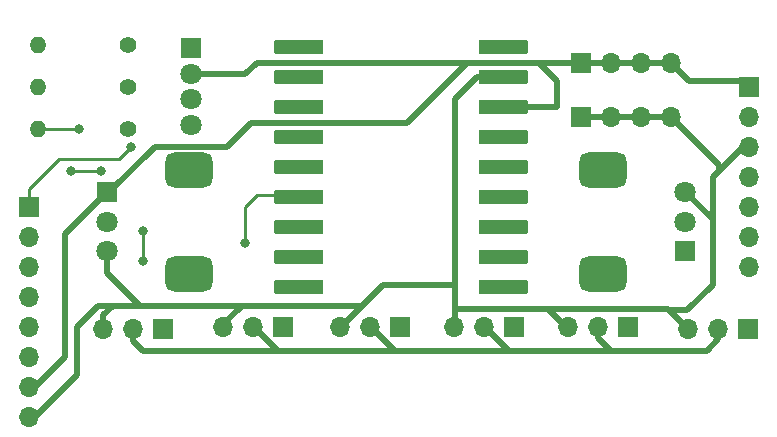
<source format=gbl>
G04 #@! TF.GenerationSoftware,KiCad,Pcbnew,7.0.5-0*
G04 #@! TF.CreationDate,2024-06-20T00:37:07-04:00*
G04 #@! TF.ProjectId,ESP32_MIDI,45535033-325f-44d4-9944-492e6b696361,rev?*
G04 #@! TF.SameCoordinates,Original*
G04 #@! TF.FileFunction,Copper,L2,Bot*
G04 #@! TF.FilePolarity,Positive*
%FSLAX46Y46*%
G04 Gerber Fmt 4.6, Leading zero omitted, Abs format (unit mm)*
G04 Created by KiCad (PCBNEW 7.0.5-0) date 2024-06-20 00:37:07*
%MOMM*%
%LPD*%
G01*
G04 APERTURE LIST*
G04 Aperture macros list*
%AMRoundRect*
0 Rectangle with rounded corners*
0 $1 Rounding radius*
0 $2 $3 $4 $5 $6 $7 $8 $9 X,Y pos of 4 corners*
0 Add a 4 corners polygon primitive as box body*
4,1,4,$2,$3,$4,$5,$6,$7,$8,$9,$2,$3,0*
0 Add four circle primitives for the rounded corners*
1,1,$1+$1,$2,$3*
1,1,$1+$1,$4,$5*
1,1,$1+$1,$6,$7*
1,1,$1+$1,$8,$9*
0 Add four rect primitives between the rounded corners*
20,1,$1+$1,$2,$3,$4,$5,0*
20,1,$1+$1,$4,$5,$6,$7,0*
20,1,$1+$1,$6,$7,$8,$9,0*
20,1,$1+$1,$8,$9,$2,$3,0*%
%AMFreePoly0*
4,1,25,0.515063,3.095106,0.530902,3.095106,0.543715,3.085796,0.558779,3.080902,0.568088,3.068088,0.580902,3.058779,0.585796,3.043715,0.595106,3.030902,0.595106,3.015062,0.600000,3.000000,0.600000,-1.000000,-0.600000,-1.000000,-0.600000,3.000000,-0.595106,3.015062,-0.595106,3.030902,-0.585796,3.043715,-0.580902,3.058779,-0.568088,3.068088,-0.558779,3.080902,-0.543715,3.085796,
-0.530902,3.095106,-0.515063,3.095106,-0.500000,3.100000,0.500000,3.100000,0.515063,3.095106,0.515063,3.095106,$1*%
G04 Aperture macros list end*
G04 #@! TA.AperFunction,ComponentPad*
%ADD10R,1.700000X1.700000*%
G04 #@! TD*
G04 #@! TA.AperFunction,ComponentPad*
%ADD11O,1.700000X1.700000*%
G04 #@! TD*
G04 #@! TA.AperFunction,ComponentPad*
%ADD12C,1.400000*%
G04 #@! TD*
G04 #@! TA.AperFunction,ComponentPad*
%ADD13O,1.400000X1.400000*%
G04 #@! TD*
G04 #@! TA.AperFunction,ComponentPad*
%ADD14R,1.800000X1.800000*%
G04 #@! TD*
G04 #@! TA.AperFunction,ComponentPad*
%ADD15C,1.800000*%
G04 #@! TD*
G04 #@! TA.AperFunction,ComponentPad*
%ADD16FreePoly0,270.000000*%
G04 #@! TD*
G04 #@! TA.AperFunction,ComponentPad*
%ADD17FreePoly0,90.000000*%
G04 #@! TD*
G04 #@! TA.AperFunction,ComponentPad*
%ADD18RoundRect,0.750000X1.250000X0.750000X-1.250000X0.750000X-1.250000X-0.750000X1.250000X-0.750000X0*%
G04 #@! TD*
G04 #@! TA.AperFunction,ComponentPad*
%ADD19RoundRect,0.750000X-1.250000X-0.750000X1.250000X-0.750000X1.250000X0.750000X-1.250000X0.750000X0*%
G04 #@! TD*
G04 #@! TA.AperFunction,ViaPad*
%ADD20C,0.800000*%
G04 #@! TD*
G04 #@! TA.AperFunction,Conductor*
%ADD21C,0.250000*%
G04 #@! TD*
G04 #@! TA.AperFunction,Conductor*
%ADD22C,0.500000*%
G04 #@! TD*
G04 APERTURE END LIST*
D10*
X166116000Y-33020000D03*
D11*
X168656000Y-33020000D03*
X171196000Y-33020000D03*
X173736000Y-33020000D03*
D10*
X166116000Y-37670000D03*
D11*
X168656000Y-37670000D03*
X171196000Y-37670000D03*
X173736000Y-37670000D03*
D12*
X127762000Y-31496000D03*
D13*
X120142000Y-31496000D03*
D12*
X127762000Y-35052000D03*
D13*
X120142000Y-35052000D03*
D12*
X127762000Y-38608000D03*
D13*
X120142000Y-38608000D03*
D14*
X133096000Y-31812000D03*
D15*
X133096000Y-33971000D03*
X133096000Y-36130000D03*
X133096000Y-38289000D03*
D10*
X170165000Y-55372000D03*
D11*
X167625000Y-55372000D03*
X165085000Y-55372000D03*
D10*
X119380000Y-45212000D03*
D11*
X119380000Y-47752000D03*
X119380000Y-50292000D03*
X119380000Y-52832000D03*
X119380000Y-55372000D03*
X119380000Y-57912000D03*
X119380000Y-60452000D03*
X119380000Y-62992000D03*
D10*
X180340000Y-35052000D03*
D11*
X180340000Y-37592000D03*
X180340000Y-40132000D03*
X180340000Y-42672000D03*
X180340000Y-45212000D03*
X180340000Y-47752000D03*
X180340000Y-50292000D03*
X125715000Y-55569000D03*
X128255000Y-55569000D03*
D10*
X130795000Y-55569000D03*
D11*
X175245000Y-55569000D03*
X177785000Y-55569000D03*
D10*
X180325000Y-55569000D03*
X160513000Y-55372000D03*
D11*
X157973000Y-55372000D03*
X155433000Y-55372000D03*
D10*
X150861000Y-55372000D03*
D11*
X148321000Y-55372000D03*
X145781000Y-55372000D03*
D10*
X140955000Y-55372000D03*
D11*
X138415000Y-55372000D03*
X135875000Y-55372000D03*
D16*
X158562000Y-31668000D03*
X158562000Y-34208000D03*
X158562000Y-36748000D03*
X158562000Y-39288000D03*
X158562000Y-41828000D03*
X158562000Y-44368000D03*
X158562000Y-46908000D03*
X158562000Y-49448000D03*
X158562000Y-51988000D03*
D17*
X143322000Y-51988000D03*
X143322000Y-49448000D03*
X143322000Y-46908000D03*
X143322000Y-44368000D03*
X143322000Y-41828000D03*
X143322000Y-39288000D03*
X143322000Y-36748000D03*
X143322000Y-34208000D03*
X143322000Y-31668000D03*
D14*
X175000000Y-49000000D03*
D15*
X175000000Y-46500000D03*
X175000000Y-44000000D03*
D18*
X168000000Y-50900000D03*
X168000000Y-42100000D03*
D14*
X126000000Y-44000000D03*
D15*
X126000000Y-46500000D03*
X126000000Y-49000000D03*
D19*
X133000000Y-42100000D03*
X133000000Y-50900000D03*
D20*
X128016000Y-40132000D03*
X125476000Y-42164000D03*
X122936000Y-42164000D03*
X129032000Y-47244000D03*
X129032000Y-49784000D03*
X137668000Y-48260000D03*
X123660500Y-38608000D03*
D21*
X129032000Y-47244000D02*
X129032000Y-49784000D01*
D22*
X180340000Y-39624000D02*
X177800000Y-42164000D01*
X177800000Y-41734000D02*
X177800000Y-42164000D01*
X177800000Y-42164000D02*
X177292000Y-42672000D01*
X173736000Y-37670000D02*
X177800000Y-41734000D01*
X166116000Y-37670000D02*
X173736000Y-37670000D01*
X164084000Y-36748000D02*
X164084000Y-34544000D01*
X164084000Y-34544000D02*
X162560000Y-33020000D01*
X173736000Y-33020000D02*
X162560000Y-33020000D01*
X180340000Y-34544000D02*
X175260000Y-34544000D01*
X175260000Y-34544000D02*
X173736000Y-33020000D01*
X133096000Y-33971000D02*
X137733000Y-33971000D01*
X137733000Y-33971000D02*
X138684000Y-33020000D01*
X138684000Y-33020000D02*
X156464000Y-33020000D01*
D21*
X127000000Y-41148000D02*
X128016000Y-40132000D01*
X121920000Y-41148000D02*
X127000000Y-41148000D01*
X119380000Y-45212000D02*
X119380000Y-43688000D01*
X119380000Y-43688000D02*
X121920000Y-41148000D01*
D22*
X125222000Y-53594000D02*
X126492000Y-53594000D01*
X126492000Y-53594000D02*
X129540000Y-53594000D01*
X125715000Y-55569000D02*
X125715000Y-54371000D01*
X125715000Y-54371000D02*
X126492000Y-53594000D01*
D21*
X125476000Y-42164000D02*
X122936000Y-42164000D01*
X137668000Y-48260000D02*
X137668000Y-45212000D01*
X137668000Y-45212000D02*
X138684000Y-44196000D01*
X138684000Y-44196000D02*
X143150000Y-44196000D01*
X143150000Y-44196000D02*
X143322000Y-44368000D01*
D22*
X128255000Y-55569000D02*
X128255000Y-56627000D01*
X128255000Y-56627000D02*
X129032000Y-57404000D01*
X129032000Y-57404000D02*
X140504000Y-57404000D01*
X138415000Y-55372000D02*
X138472000Y-55372000D01*
X138472000Y-55372000D02*
X140504000Y-57404000D01*
X135875000Y-55372000D02*
X135875000Y-55133000D01*
X135875000Y-55133000D02*
X137414000Y-53594000D01*
X137414000Y-53594000D02*
X138104000Y-53594000D01*
X119888000Y-62992000D02*
X123444000Y-59436000D01*
X123444000Y-59436000D02*
X123444000Y-55372000D01*
X123444000Y-55372000D02*
X125222000Y-53594000D01*
D21*
X123660500Y-38608000D02*
X120142000Y-38608000D01*
D22*
X126000000Y-44000000D02*
X126180000Y-44000000D01*
X126180000Y-44000000D02*
X130048000Y-40132000D01*
X151384000Y-38100000D02*
X156464000Y-33020000D01*
X156464000Y-33020000D02*
X162560000Y-33020000D01*
X136144000Y-40132000D02*
X138176000Y-38100000D01*
X130048000Y-40132000D02*
X136144000Y-40132000D01*
X138176000Y-38100000D02*
X151384000Y-38100000D01*
X158562000Y-34208000D02*
X157308000Y-34208000D01*
X157308000Y-34208000D02*
X155448000Y-36068000D01*
X155448000Y-36068000D02*
X155448000Y-51816000D01*
X167625000Y-55569000D02*
X167625000Y-56373000D01*
X167625000Y-56373000D02*
X168656000Y-57404000D01*
X168656000Y-57404000D02*
X169460000Y-57404000D01*
X119888000Y-60452000D02*
X122428000Y-57912000D01*
X122428000Y-47572000D02*
X126000000Y-44000000D01*
X122428000Y-57912000D02*
X122428000Y-47572000D01*
X158562000Y-36748000D02*
X164084000Y-36748000D01*
X150368000Y-57404000D02*
X150876000Y-57404000D01*
X150876000Y-57404000D02*
X160020000Y-57404000D01*
X140504000Y-57404000D02*
X150876000Y-57404000D01*
X148336000Y-55372000D02*
X150368000Y-57404000D01*
X157988000Y-55372000D02*
X160020000Y-57404000D01*
X160020000Y-57404000D02*
X169460000Y-57404000D01*
X177785000Y-56403000D02*
X177785000Y-55569000D01*
X169460000Y-57404000D02*
X176784000Y-57404000D01*
X176784000Y-57404000D02*
X177785000Y-56403000D01*
X128778000Y-53594000D02*
X129540000Y-53594000D01*
X129540000Y-53594000D02*
X138104000Y-53594000D01*
X177292000Y-42672000D02*
X177292000Y-46292000D01*
X177292000Y-46292000D02*
X177292000Y-51816000D01*
X175000000Y-44000000D02*
X177292000Y-46292000D01*
X175245000Y-55569000D02*
X173630000Y-53954000D01*
X173630000Y-53954000D02*
X173524000Y-53848000D01*
X177292000Y-51816000D02*
X175154000Y-53954000D01*
X175154000Y-53954000D02*
X173630000Y-53954000D01*
X126000000Y-49000000D02*
X126000000Y-50816000D01*
X126000000Y-50816000D02*
X128778000Y-53594000D01*
X145796000Y-55372000D02*
X147574000Y-53594000D01*
X147574000Y-53594000D02*
X149352000Y-51816000D01*
X138104000Y-53594000D02*
X147574000Y-53594000D01*
X173524000Y-53848000D02*
X163364000Y-53848000D01*
X155448000Y-51816000D02*
X155448000Y-53848000D01*
X155448000Y-53848000D02*
X155448000Y-55372000D01*
X165085000Y-55569000D02*
X163364000Y-53848000D01*
X163364000Y-53848000D02*
X155448000Y-53848000D01*
X149352000Y-51816000D02*
X155448000Y-51816000D01*
M02*

</source>
